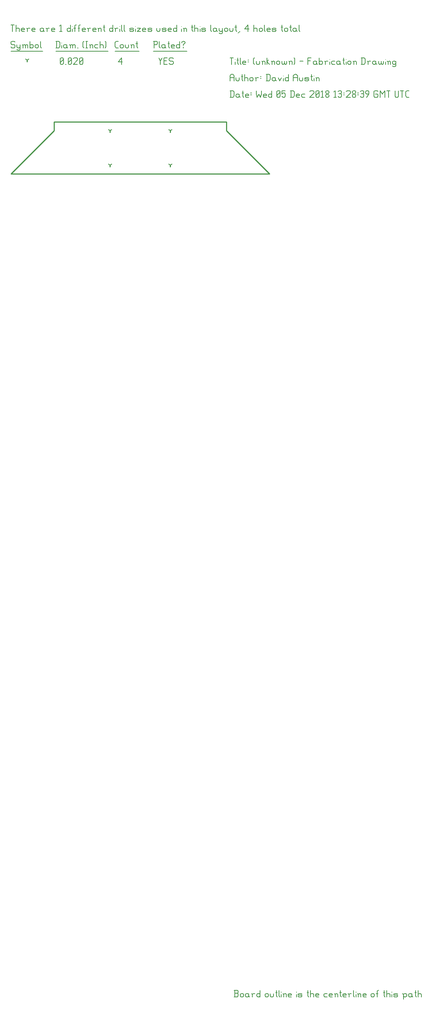
<source format=gbr>
G04 start of page 10 for group -3984 idx -3984 *
G04 Title: (unknown), fab *
G04 Creator: pcb 20140316 *
G04 CreationDate: Wed 05 Dec 2018 13:28:39 GMT UTC *
G04 For: david *
G04 Format: Gerber/RS-274X *
G04 PCB-Dimensions (mil): 5803.15 7874.02 *
G04 PCB-Coordinate-Origin: lower left *
%MOIN*%
%FSLAX25Y25*%
%LNFAB*%
%ADD30C,0.0100*%
%ADD29C,0.0075*%
%ADD28C,0.0060*%
%ADD27C,0.0001*%
%ADD26R,0.0080X0.0080*%
G54D26*X145669Y779528D02*Y777928D01*
G54D27*G36*
X145123Y779674D02*X147203Y780874D01*
X147602Y780181D01*
X145523Y778981D01*
X145123Y779674D01*
G37*
G36*
X145816Y778981D02*X143736Y780181D01*
X144136Y780874D01*
X146216Y779674D01*
X145816Y778981D01*
G37*
G54D26*X145669Y748031D02*Y746431D01*
G54D27*G36*
X145123Y748178D02*X147203Y749378D01*
X147602Y748685D01*
X145523Y747485D01*
X145123Y748178D01*
G37*
G36*
X145816Y747485D02*X143736Y748685D01*
X144136Y749378D01*
X146216Y748178D01*
X145816Y747485D01*
G37*
G54D26*X90551Y748031D02*Y746431D01*
G54D27*G36*
X90005Y748178D02*X92084Y749378D01*
X92484Y748685D01*
X90405Y747485D01*
X90005Y748178D01*
G37*
G36*
X90698Y747485D02*X88618Y748685D01*
X89018Y749378D01*
X91098Y748178D01*
X90698Y747485D01*
G37*
G54D26*X90551Y779528D02*Y777928D01*
G54D27*G36*
X90005Y779674D02*X92084Y780874D01*
X92484Y780181D01*
X90405Y778981D01*
X90005Y779674D01*
G37*
G36*
X90698Y778981D02*X88618Y780181D01*
X89018Y780874D01*
X91098Y779674D01*
X90698Y778981D01*
G37*
G54D26*X15000Y843652D02*Y842052D01*
G54D27*G36*
X14454Y843798D02*X16533Y844998D01*
X16933Y844305D01*
X14853Y843105D01*
X14454Y843798D01*
G37*
G36*
X15147Y843105D02*X13067Y844305D01*
X13467Y844998D01*
X15546Y843798D01*
X15147Y843105D01*
G37*
G54D28*X135000Y845902D02*X136500Y842902D01*
X138000Y845902D01*
X136500Y842902D02*Y839902D01*
X139800Y843202D02*X142050D01*
X139800Y839902D02*X142800D01*
X139800Y845902D02*Y839902D01*
Y845902D02*X142800D01*
X147600D02*X148350Y845152D01*
X145350Y845902D02*X147600D01*
X144600Y845152D02*X145350Y845902D01*
X144600Y845152D02*Y843652D01*
X145350Y842902D01*
X147600D01*
X148350Y842152D01*
Y840652D01*
X147600Y839902D02*X148350Y840652D01*
X145350Y839902D02*X147600D01*
X144600Y840652D02*X145350Y839902D01*
X98000Y842152D02*X101000Y845902D01*
X98000Y842152D02*X101750D01*
X101000Y845902D02*Y839902D01*
X45000Y840652D02*X45750Y839902D01*
X45000Y845152D02*Y840652D01*
Y845152D02*X45750Y845902D01*
X47250D01*
X48000Y845152D01*
Y840652D01*
X47250Y839902D02*X48000Y840652D01*
X45750Y839902D02*X47250D01*
X45000Y841402D02*X48000Y844402D01*
X49800Y839902D02*X50550D01*
X52350Y840652D02*X53100Y839902D01*
X52350Y845152D02*Y840652D01*
Y845152D02*X53100Y845902D01*
X54600D01*
X55350Y845152D01*
Y840652D01*
X54600Y839902D02*X55350Y840652D01*
X53100Y839902D02*X54600D01*
X52350Y841402D02*X55350Y844402D01*
X57150Y845152D02*X57900Y845902D01*
X60150D01*
X60900Y845152D01*
Y843652D01*
X57150Y839902D02*X60900Y843652D01*
X57150Y839902D02*X60900D01*
X62700Y840652D02*X63450Y839902D01*
X62700Y845152D02*Y840652D01*
Y845152D02*X63450Y845902D01*
X64950D01*
X65700Y845152D01*
Y840652D01*
X64950Y839902D02*X65700Y840652D01*
X63450Y839902D02*X64950D01*
X62700Y841402D02*X65700Y844402D01*
X3000Y860902D02*X3750Y860152D01*
X750Y860902D02*X3000D01*
X0Y860152D02*X750Y860902D01*
X0Y860152D02*Y858652D01*
X750Y857902D01*
X3000D01*
X3750Y857152D01*
Y855652D01*
X3000Y854902D02*X3750Y855652D01*
X750Y854902D02*X3000D01*
X0Y855652D02*X750Y854902D01*
X5550Y857902D02*Y855652D01*
X6300Y854902D01*
X8550Y857902D02*Y853402D01*
X7800Y852652D02*X8550Y853402D01*
X6300Y852652D02*X7800D01*
X5550Y853402D02*X6300Y852652D01*
Y854902D02*X7800D01*
X8550Y855652D01*
X11100Y857152D02*Y854902D01*
Y857152D02*X11850Y857902D01*
X12600D01*
X13350Y857152D01*
Y854902D01*
Y857152D02*X14100Y857902D01*
X14850D01*
X15600Y857152D01*
Y854902D01*
X10350Y857902D02*X11100Y857152D01*
X17400Y860902D02*Y854902D01*
Y855652D02*X18150Y854902D01*
X19650D01*
X20400Y855652D01*
Y857152D02*Y855652D01*
X19650Y857902D02*X20400Y857152D01*
X18150Y857902D02*X19650D01*
X17400Y857152D02*X18150Y857902D01*
X22200Y857152D02*Y855652D01*
Y857152D02*X22950Y857902D01*
X24450D01*
X25200Y857152D01*
Y855652D01*
X24450Y854902D02*X25200Y855652D01*
X22950Y854902D02*X24450D01*
X22200Y855652D02*X22950Y854902D01*
X27000Y860902D02*Y855652D01*
X27750Y854902D01*
X0Y851652D02*X29250D01*
X41750Y860902D02*Y854902D01*
X43700Y860902D02*X44750Y859852D01*
Y855952D01*
X43700Y854902D02*X44750Y855952D01*
X41000Y854902D02*X43700D01*
X41000Y860902D02*X43700D01*
G54D29*X46550Y859402D02*Y859252D01*
G54D28*Y857152D02*Y854902D01*
X50300Y857902D02*X51050Y857152D01*
X48800Y857902D02*X50300D01*
X48050Y857152D02*X48800Y857902D01*
X48050Y857152D02*Y855652D01*
X48800Y854902D01*
X51050Y857902D02*Y855652D01*
X51800Y854902D01*
X48800D02*X50300D01*
X51050Y855652D01*
X54350Y857152D02*Y854902D01*
Y857152D02*X55100Y857902D01*
X55850D01*
X56600Y857152D01*
Y854902D01*
Y857152D02*X57350Y857902D01*
X58100D01*
X58850Y857152D01*
Y854902D01*
X53600Y857902D02*X54350Y857152D01*
X60650Y854902D02*X61400D01*
X65900Y855652D02*X66650Y854902D01*
X65900Y860152D02*X66650Y860902D01*
X65900Y860152D02*Y855652D01*
X68450Y860902D02*X69950D01*
X69200D02*Y854902D01*
X68450D02*X69950D01*
X72500Y857152D02*Y854902D01*
Y857152D02*X73250Y857902D01*
X74000D01*
X74750Y857152D01*
Y854902D01*
X71750Y857902D02*X72500Y857152D01*
X77300Y857902D02*X79550D01*
X76550Y857152D02*X77300Y857902D01*
X76550Y857152D02*Y855652D01*
X77300Y854902D01*
X79550D01*
X81350Y860902D02*Y854902D01*
Y857152D02*X82100Y857902D01*
X83600D01*
X84350Y857152D01*
Y854902D01*
X86150Y860902D02*X86900Y860152D01*
Y855652D01*
X86150Y854902D02*X86900Y855652D01*
X41000Y851652D02*X88700D01*
X96050Y854902D02*X98000D01*
X95000Y855952D02*X96050Y854902D01*
X95000Y859852D02*Y855952D01*
Y859852D02*X96050Y860902D01*
X98000D01*
X99800Y857152D02*Y855652D01*
Y857152D02*X100550Y857902D01*
X102050D01*
X102800Y857152D01*
Y855652D01*
X102050Y854902D02*X102800Y855652D01*
X100550Y854902D02*X102050D01*
X99800Y855652D02*X100550Y854902D01*
X104600Y857902D02*Y855652D01*
X105350Y854902D01*
X106850D01*
X107600Y855652D01*
Y857902D02*Y855652D01*
X110150Y857152D02*Y854902D01*
Y857152D02*X110900Y857902D01*
X111650D01*
X112400Y857152D01*
Y854902D01*
X109400Y857902D02*X110150Y857152D01*
X114950Y860902D02*Y855652D01*
X115700Y854902D01*
X114200Y858652D02*X115700D01*
X95000Y851652D02*X117200D01*
X130750Y860902D02*Y854902D01*
X130000Y860902D02*X133000D01*
X133750Y860152D01*
Y858652D01*
X133000Y857902D02*X133750Y858652D01*
X130750Y857902D02*X133000D01*
X135550Y860902D02*Y855652D01*
X136300Y854902D01*
X140050Y857902D02*X140800Y857152D01*
X138550Y857902D02*X140050D01*
X137800Y857152D02*X138550Y857902D01*
X137800Y857152D02*Y855652D01*
X138550Y854902D01*
X140800Y857902D02*Y855652D01*
X141550Y854902D01*
X138550D02*X140050D01*
X140800Y855652D01*
X144100Y860902D02*Y855652D01*
X144850Y854902D01*
X143350Y858652D02*X144850D01*
X147100Y854902D02*X149350D01*
X146350Y855652D02*X147100Y854902D01*
X146350Y857152D02*Y855652D01*
Y857152D02*X147100Y857902D01*
X148600D01*
X149350Y857152D01*
X146350Y856402D02*X149350D01*
Y857152D02*Y856402D01*
X154150Y860902D02*Y854902D01*
X153400D02*X154150Y855652D01*
X151900Y854902D02*X153400D01*
X151150Y855652D02*X151900Y854902D01*
X151150Y857152D02*Y855652D01*
Y857152D02*X151900Y857902D01*
X153400D01*
X154150Y857152D01*
X157450Y857902D02*Y857152D01*
Y855652D02*Y854902D01*
X155950Y860152D02*Y859402D01*
Y860152D02*X156700Y860902D01*
X158200D01*
X158950Y860152D01*
Y859402D01*
X157450Y857902D02*X158950Y859402D01*
X130000Y851652D02*X160750D01*
X0Y875902D02*X3000D01*
X1500D02*Y869902D01*
X4800Y875902D02*Y869902D01*
Y872152D02*X5550Y872902D01*
X7050D01*
X7800Y872152D01*
Y869902D01*
X10350D02*X12600D01*
X9600Y870652D02*X10350Y869902D01*
X9600Y872152D02*Y870652D01*
Y872152D02*X10350Y872902D01*
X11850D01*
X12600Y872152D01*
X9600Y871402D02*X12600D01*
Y872152D02*Y871402D01*
X15150Y872152D02*Y869902D01*
Y872152D02*X15900Y872902D01*
X17400D01*
X14400D02*X15150Y872152D01*
X19950Y869902D02*X22200D01*
X19200Y870652D02*X19950Y869902D01*
X19200Y872152D02*Y870652D01*
Y872152D02*X19950Y872902D01*
X21450D01*
X22200Y872152D01*
X19200Y871402D02*X22200D01*
Y872152D02*Y871402D01*
X28950Y872902D02*X29700Y872152D01*
X27450Y872902D02*X28950D01*
X26700Y872152D02*X27450Y872902D01*
X26700Y872152D02*Y870652D01*
X27450Y869902D01*
X29700Y872902D02*Y870652D01*
X30450Y869902D01*
X27450D02*X28950D01*
X29700Y870652D01*
X33000Y872152D02*Y869902D01*
Y872152D02*X33750Y872902D01*
X35250D01*
X32250D02*X33000Y872152D01*
X37800Y869902D02*X40050D01*
X37050Y870652D02*X37800Y869902D01*
X37050Y872152D02*Y870652D01*
Y872152D02*X37800Y872902D01*
X39300D01*
X40050Y872152D01*
X37050Y871402D02*X40050D01*
Y872152D02*Y871402D01*
X44550Y874702D02*X45750Y875902D01*
Y869902D01*
X44550D02*X46800D01*
X54300Y875902D02*Y869902D01*
X53550D02*X54300Y870652D01*
X52050Y869902D02*X53550D01*
X51300Y870652D02*X52050Y869902D01*
X51300Y872152D02*Y870652D01*
Y872152D02*X52050Y872902D01*
X53550D01*
X54300Y872152D01*
G54D29*X56100Y874402D02*Y874252D01*
G54D28*Y872152D02*Y869902D01*
X58350Y875152D02*Y869902D01*
Y875152D02*X59100Y875902D01*
X59850D01*
X57600Y872902D02*X59100D01*
X62100Y875152D02*Y869902D01*
Y875152D02*X62850Y875902D01*
X63600D01*
X61350Y872902D02*X62850D01*
X65850Y869902D02*X68100D01*
X65100Y870652D02*X65850Y869902D01*
X65100Y872152D02*Y870652D01*
Y872152D02*X65850Y872902D01*
X67350D01*
X68100Y872152D01*
X65100Y871402D02*X68100D01*
Y872152D02*Y871402D01*
X70650Y872152D02*Y869902D01*
Y872152D02*X71400Y872902D01*
X72900D01*
X69900D02*X70650Y872152D01*
X75450Y869902D02*X77700D01*
X74700Y870652D02*X75450Y869902D01*
X74700Y872152D02*Y870652D01*
Y872152D02*X75450Y872902D01*
X76950D01*
X77700Y872152D01*
X74700Y871402D02*X77700D01*
Y872152D02*Y871402D01*
X80250Y872152D02*Y869902D01*
Y872152D02*X81000Y872902D01*
X81750D01*
X82500Y872152D01*
Y869902D01*
X79500Y872902D02*X80250Y872152D01*
X85050Y875902D02*Y870652D01*
X85800Y869902D01*
X84300Y873652D02*X85800D01*
X93000Y875902D02*Y869902D01*
X92250D02*X93000Y870652D01*
X90750Y869902D02*X92250D01*
X90000Y870652D02*X90750Y869902D01*
X90000Y872152D02*Y870652D01*
Y872152D02*X90750Y872902D01*
X92250D01*
X93000Y872152D01*
X95550D02*Y869902D01*
Y872152D02*X96300Y872902D01*
X97800D01*
X94800D02*X95550Y872152D01*
G54D29*X99600Y874402D02*Y874252D01*
G54D28*Y872152D02*Y869902D01*
X101100Y875902D02*Y870652D01*
X101850Y869902D01*
X103350Y875902D02*Y870652D01*
X104100Y869902D01*
X109050D02*X111300D01*
X112050Y870652D01*
X111300Y871402D02*X112050Y870652D01*
X109050Y871402D02*X111300D01*
X108300Y872152D02*X109050Y871402D01*
X108300Y872152D02*X109050Y872902D01*
X111300D01*
X112050Y872152D01*
X108300Y870652D02*X109050Y869902D01*
G54D29*X113850Y874402D02*Y874252D01*
G54D28*Y872152D02*Y869902D01*
X115350Y872902D02*X118350D01*
X115350Y869902D02*X118350Y872902D01*
X115350Y869902D02*X118350D01*
X120900D02*X123150D01*
X120150Y870652D02*X120900Y869902D01*
X120150Y872152D02*Y870652D01*
Y872152D02*X120900Y872902D01*
X122400D01*
X123150Y872152D01*
X120150Y871402D02*X123150D01*
Y872152D02*Y871402D01*
X125700Y869902D02*X127950D01*
X128700Y870652D01*
X127950Y871402D02*X128700Y870652D01*
X125700Y871402D02*X127950D01*
X124950Y872152D02*X125700Y871402D01*
X124950Y872152D02*X125700Y872902D01*
X127950D01*
X128700Y872152D01*
X124950Y870652D02*X125700Y869902D01*
X133200Y872902D02*Y870652D01*
X133950Y869902D01*
X135450D01*
X136200Y870652D01*
Y872902D02*Y870652D01*
X138750Y869902D02*X141000D01*
X141750Y870652D01*
X141000Y871402D02*X141750Y870652D01*
X138750Y871402D02*X141000D01*
X138000Y872152D02*X138750Y871402D01*
X138000Y872152D02*X138750Y872902D01*
X141000D01*
X141750Y872152D01*
X138000Y870652D02*X138750Y869902D01*
X144300D02*X146550D01*
X143550Y870652D02*X144300Y869902D01*
X143550Y872152D02*Y870652D01*
Y872152D02*X144300Y872902D01*
X145800D01*
X146550Y872152D01*
X143550Y871402D02*X146550D01*
Y872152D02*Y871402D01*
X151350Y875902D02*Y869902D01*
X150600D02*X151350Y870652D01*
X149100Y869902D02*X150600D01*
X148350Y870652D02*X149100Y869902D01*
X148350Y872152D02*Y870652D01*
Y872152D02*X149100Y872902D01*
X150600D01*
X151350Y872152D01*
G54D29*X155850Y874402D02*Y874252D01*
G54D28*Y872152D02*Y869902D01*
X158100Y872152D02*Y869902D01*
Y872152D02*X158850Y872902D01*
X159600D01*
X160350Y872152D01*
Y869902D01*
X157350Y872902D02*X158100Y872152D01*
X165600Y875902D02*Y870652D01*
X166350Y869902D01*
X164850Y873652D02*X166350D01*
X167850Y875902D02*Y869902D01*
Y872152D02*X168600Y872902D01*
X170100D01*
X170850Y872152D01*
Y869902D01*
G54D29*X172650Y874402D02*Y874252D01*
G54D28*Y872152D02*Y869902D01*
X174900D02*X177150D01*
X177900Y870652D01*
X177150Y871402D02*X177900Y870652D01*
X174900Y871402D02*X177150D01*
X174150Y872152D02*X174900Y871402D01*
X174150Y872152D02*X174900Y872902D01*
X177150D01*
X177900Y872152D01*
X174150Y870652D02*X174900Y869902D01*
X182400Y875902D02*Y870652D01*
X183150Y869902D01*
X186900Y872902D02*X187650Y872152D01*
X185400Y872902D02*X186900D01*
X184650Y872152D02*X185400Y872902D01*
X184650Y872152D02*Y870652D01*
X185400Y869902D01*
X187650Y872902D02*Y870652D01*
X188400Y869902D01*
X185400D02*X186900D01*
X187650Y870652D01*
X190200Y872902D02*Y870652D01*
X190950Y869902D01*
X193200Y872902D02*Y868402D01*
X192450Y867652D02*X193200Y868402D01*
X190950Y867652D02*X192450D01*
X190200Y868402D02*X190950Y867652D01*
Y869902D02*X192450D01*
X193200Y870652D01*
X195000Y872152D02*Y870652D01*
Y872152D02*X195750Y872902D01*
X197250D01*
X198000Y872152D01*
Y870652D01*
X197250Y869902D02*X198000Y870652D01*
X195750Y869902D02*X197250D01*
X195000Y870652D02*X195750Y869902D01*
X199800Y872902D02*Y870652D01*
X200550Y869902D01*
X202050D01*
X202800Y870652D01*
Y872902D02*Y870652D01*
X205350Y875902D02*Y870652D01*
X206100Y869902D01*
X204600Y873652D02*X206100D01*
X207600Y868402D02*X209100Y869902D01*
X213600Y872152D02*X216600Y875902D01*
X213600Y872152D02*X217350D01*
X216600Y875902D02*Y869902D01*
X221850Y875902D02*Y869902D01*
Y872152D02*X222600Y872902D01*
X224100D01*
X224850Y872152D01*
Y869902D01*
X226650Y872152D02*Y870652D01*
Y872152D02*X227400Y872902D01*
X228900D01*
X229650Y872152D01*
Y870652D01*
X228900Y869902D02*X229650Y870652D01*
X227400Y869902D02*X228900D01*
X226650Y870652D02*X227400Y869902D01*
X231450Y875902D02*Y870652D01*
X232200Y869902D01*
X234450D02*X236700D01*
X233700Y870652D02*X234450Y869902D01*
X233700Y872152D02*Y870652D01*
Y872152D02*X234450Y872902D01*
X235950D01*
X236700Y872152D01*
X233700Y871402D02*X236700D01*
Y872152D02*Y871402D01*
X239250Y869902D02*X241500D01*
X242250Y870652D01*
X241500Y871402D02*X242250Y870652D01*
X239250Y871402D02*X241500D01*
X238500Y872152D02*X239250Y871402D01*
X238500Y872152D02*X239250Y872902D01*
X241500D01*
X242250Y872152D01*
X238500Y870652D02*X239250Y869902D01*
X247500Y875902D02*Y870652D01*
X248250Y869902D01*
X246750Y873652D02*X248250D01*
X249750Y872152D02*Y870652D01*
Y872152D02*X250500Y872902D01*
X252000D01*
X252750Y872152D01*
Y870652D01*
X252000Y869902D02*X252750Y870652D01*
X250500Y869902D02*X252000D01*
X249750Y870652D02*X250500Y869902D01*
X255300Y875902D02*Y870652D01*
X256050Y869902D01*
X254550Y873652D02*X256050D01*
X259800Y872902D02*X260550Y872152D01*
X258300Y872902D02*X259800D01*
X257550Y872152D02*X258300Y872902D01*
X257550Y872152D02*Y870652D01*
X258300Y869902D01*
X260550Y872902D02*Y870652D01*
X261300Y869902D01*
X258300D02*X259800D01*
X260550Y870652D01*
X263100Y875902D02*Y870652D01*
X263850Y869902D01*
G54D30*X39370Y787402D02*Y779528D01*
X196850D02*Y787402D01*
X236220Y740157D02*X0D01*
X39370Y779528D01*
X236220Y740157D02*X196850Y779528D01*
Y787402D02*X39370D01*
G54D28*X203832Y-9500D02*X206832D01*
X207582Y-8750D01*
Y-6950D02*Y-8750D01*
X206832Y-6200D02*X207582Y-6950D01*
X204582Y-6200D02*X206832D01*
X204582Y-3500D02*Y-9500D01*
X203832Y-3500D02*X206832D01*
X207582Y-4250D01*
Y-5450D01*
X206832Y-6200D02*X207582Y-5450D01*
X209382Y-7250D02*Y-8750D01*
Y-7250D02*X210132Y-6500D01*
X211632D01*
X212382Y-7250D01*
Y-8750D01*
X211632Y-9500D02*X212382Y-8750D01*
X210132Y-9500D02*X211632D01*
X209382Y-8750D02*X210132Y-9500D01*
X216432Y-6500D02*X217182Y-7250D01*
X214932Y-6500D02*X216432D01*
X214182Y-7250D02*X214932Y-6500D01*
X214182Y-7250D02*Y-8750D01*
X214932Y-9500D01*
X217182Y-6500D02*Y-8750D01*
X217932Y-9500D01*
X214932D02*X216432D01*
X217182Y-8750D01*
X220482Y-7250D02*Y-9500D01*
Y-7250D02*X221232Y-6500D01*
X222732D01*
X219732D02*X220482Y-7250D01*
X227532Y-3500D02*Y-9500D01*
X226782D02*X227532Y-8750D01*
X225282Y-9500D02*X226782D01*
X224532Y-8750D02*X225282Y-9500D01*
X224532Y-7250D02*Y-8750D01*
Y-7250D02*X225282Y-6500D01*
X226782D01*
X227532Y-7250D01*
X232032D02*Y-8750D01*
Y-7250D02*X232782Y-6500D01*
X234282D01*
X235032Y-7250D01*
Y-8750D01*
X234282Y-9500D02*X235032Y-8750D01*
X232782Y-9500D02*X234282D01*
X232032Y-8750D02*X232782Y-9500D01*
X236832Y-6500D02*Y-8750D01*
X237582Y-9500D01*
X239082D01*
X239832Y-8750D01*
Y-6500D02*Y-8750D01*
X242382Y-3500D02*Y-8750D01*
X243132Y-9500D01*
X241632Y-5750D02*X243132D01*
X244632Y-3500D02*Y-8750D01*
X245382Y-9500D01*
G54D29*X246882Y-5000D02*Y-5150D01*
G54D28*Y-7250D02*Y-9500D01*
X249132Y-7250D02*Y-9500D01*
Y-7250D02*X249882Y-6500D01*
X250632D01*
X251382Y-7250D01*
Y-9500D01*
X248382Y-6500D02*X249132Y-7250D01*
X253932Y-9500D02*X256182D01*
X253182Y-8750D02*X253932Y-9500D01*
X253182Y-7250D02*Y-8750D01*
Y-7250D02*X253932Y-6500D01*
X255432D01*
X256182Y-7250D01*
X253182Y-8000D02*X256182D01*
Y-7250D02*Y-8000D01*
G54D29*X260682Y-5000D02*Y-5150D01*
G54D28*Y-7250D02*Y-9500D01*
X262932D02*X265182D01*
X265932Y-8750D01*
X265182Y-8000D02*X265932Y-8750D01*
X262932Y-8000D02*X265182D01*
X262182Y-7250D02*X262932Y-8000D01*
X262182Y-7250D02*X262932Y-6500D01*
X265182D01*
X265932Y-7250D01*
X262182Y-8750D02*X262932Y-9500D01*
X271182Y-3500D02*Y-8750D01*
X271932Y-9500D01*
X270432Y-5750D02*X271932D01*
X273432Y-3500D02*Y-9500D01*
Y-7250D02*X274182Y-6500D01*
X275682D01*
X276432Y-7250D01*
Y-9500D01*
X278982D02*X281232D01*
X278232Y-8750D02*X278982Y-9500D01*
X278232Y-7250D02*Y-8750D01*
Y-7250D02*X278982Y-6500D01*
X280482D01*
X281232Y-7250D01*
X278232Y-8000D02*X281232D01*
Y-7250D02*Y-8000D01*
X286482Y-6500D02*X288732D01*
X285732Y-7250D02*X286482Y-6500D01*
X285732Y-7250D02*Y-8750D01*
X286482Y-9500D01*
X288732D01*
X291282D02*X293532D01*
X290532Y-8750D02*X291282Y-9500D01*
X290532Y-7250D02*Y-8750D01*
Y-7250D02*X291282Y-6500D01*
X292782D01*
X293532Y-7250D01*
X290532Y-8000D02*X293532D01*
Y-7250D02*Y-8000D01*
X296082Y-7250D02*Y-9500D01*
Y-7250D02*X296832Y-6500D01*
X297582D01*
X298332Y-7250D01*
Y-9500D01*
X295332Y-6500D02*X296082Y-7250D01*
X300882Y-3500D02*Y-8750D01*
X301632Y-9500D01*
X300132Y-5750D02*X301632D01*
X303882Y-9500D02*X306132D01*
X303132Y-8750D02*X303882Y-9500D01*
X303132Y-7250D02*Y-8750D01*
Y-7250D02*X303882Y-6500D01*
X305382D01*
X306132Y-7250D01*
X303132Y-8000D02*X306132D01*
Y-7250D02*Y-8000D01*
X308683Y-7250D02*Y-9500D01*
Y-7250D02*X309433Y-6500D01*
X310933D01*
X307933D02*X308683Y-7250D01*
X312733Y-3500D02*Y-8750D01*
X313483Y-9500D01*
G54D29*X314983Y-5000D02*Y-5150D01*
G54D28*Y-7250D02*Y-9500D01*
X317233Y-7250D02*Y-9500D01*
Y-7250D02*X317983Y-6500D01*
X318733D01*
X319483Y-7250D01*
Y-9500D01*
X316483Y-6500D02*X317233Y-7250D01*
X322033Y-9500D02*X324283D01*
X321283Y-8750D02*X322033Y-9500D01*
X321283Y-7250D02*Y-8750D01*
Y-7250D02*X322033Y-6500D01*
X323533D01*
X324283Y-7250D01*
X321283Y-8000D02*X324283D01*
Y-7250D02*Y-8000D01*
X328783Y-7250D02*Y-8750D01*
Y-7250D02*X329533Y-6500D01*
X331033D01*
X331783Y-7250D01*
Y-8750D01*
X331033Y-9500D02*X331783Y-8750D01*
X329533Y-9500D02*X331033D01*
X328783Y-8750D02*X329533Y-9500D01*
X334333Y-4250D02*Y-9500D01*
Y-4250D02*X335083Y-3500D01*
X335833D01*
X333583Y-6500D02*X335083D01*
X340783Y-3500D02*Y-8750D01*
X341533Y-9500D01*
X340033Y-5750D02*X341533D01*
X343033Y-3500D02*Y-9500D01*
Y-7250D02*X343783Y-6500D01*
X345283D01*
X346033Y-7250D01*
Y-9500D01*
G54D29*X347833Y-5000D02*Y-5150D01*
G54D28*Y-7250D02*Y-9500D01*
X350083D02*X352333D01*
X353083Y-8750D01*
X352333Y-8000D02*X353083Y-8750D01*
X350083Y-8000D02*X352333D01*
X349333Y-7250D02*X350083Y-8000D01*
X349333Y-7250D02*X350083Y-6500D01*
X352333D01*
X353083Y-7250D01*
X349333Y-8750D02*X350083Y-9500D01*
X358333Y-7250D02*Y-11750D01*
X357583Y-6500D02*X358333Y-7250D01*
X359083Y-6500D01*
X360583D01*
X361333Y-7250D01*
Y-8750D01*
X360583Y-9500D02*X361333Y-8750D01*
X359083Y-9500D02*X360583D01*
X358333Y-8750D02*X359083Y-9500D01*
X365383Y-6500D02*X366133Y-7250D01*
X363883Y-6500D02*X365383D01*
X363133Y-7250D02*X363883Y-6500D01*
X363133Y-7250D02*Y-8750D01*
X363883Y-9500D01*
X366133Y-6500D02*Y-8750D01*
X366883Y-9500D01*
X363883D02*X365383D01*
X366133Y-8750D01*
X369433Y-3500D02*Y-8750D01*
X370183Y-9500D01*
X368683Y-5750D02*X370183D01*
X371683Y-3500D02*Y-9500D01*
Y-7250D02*X372433Y-6500D01*
X373933D01*
X374683Y-7250D01*
Y-9500D01*
X200750Y815902D02*Y809902D01*
X202700Y815902D02*X203750Y814852D01*
Y810952D01*
X202700Y809902D02*X203750Y810952D01*
X200000Y809902D02*X202700D01*
X200000Y815902D02*X202700D01*
X207800Y812902D02*X208550Y812152D01*
X206300Y812902D02*X207800D01*
X205550Y812152D02*X206300Y812902D01*
X205550Y812152D02*Y810652D01*
X206300Y809902D01*
X208550Y812902D02*Y810652D01*
X209300Y809902D01*
X206300D02*X207800D01*
X208550Y810652D01*
X211850Y815902D02*Y810652D01*
X212600Y809902D01*
X211100Y813652D02*X212600D01*
X214850Y809902D02*X217100D01*
X214100Y810652D02*X214850Y809902D01*
X214100Y812152D02*Y810652D01*
Y812152D02*X214850Y812902D01*
X216350D01*
X217100Y812152D01*
X214100Y811402D02*X217100D01*
Y812152D02*Y811402D01*
X218900Y813652D02*X219650D01*
X218900Y812152D02*X219650D01*
X224150Y815902D02*Y812902D01*
X224900Y809902D01*
X226400Y812902D01*
X227900Y809902D01*
X228650Y812902D01*
Y815902D02*Y812902D01*
X231200Y809902D02*X233450D01*
X230450Y810652D02*X231200Y809902D01*
X230450Y812152D02*Y810652D01*
Y812152D02*X231200Y812902D01*
X232700D01*
X233450Y812152D01*
X230450Y811402D02*X233450D01*
Y812152D02*Y811402D01*
X238250Y815902D02*Y809902D01*
X237500D02*X238250Y810652D01*
X236000Y809902D02*X237500D01*
X235250Y810652D02*X236000Y809902D01*
X235250Y812152D02*Y810652D01*
Y812152D02*X236000Y812902D01*
X237500D01*
X238250Y812152D01*
X242750Y810652D02*X243500Y809902D01*
X242750Y815152D02*Y810652D01*
Y815152D02*X243500Y815902D01*
X245000D01*
X245750Y815152D01*
Y810652D01*
X245000Y809902D02*X245750Y810652D01*
X243500Y809902D02*X245000D01*
X242750Y811402D02*X245750Y814402D01*
X247550Y815902D02*X250550D01*
X247550D02*Y812902D01*
X248300Y813652D01*
X249800D01*
X250550Y812902D01*
Y810652D01*
X249800Y809902D02*X250550Y810652D01*
X248300Y809902D02*X249800D01*
X247550Y810652D02*X248300Y809902D01*
X255800Y815902D02*Y809902D01*
X257750Y815902D02*X258800Y814852D01*
Y810952D01*
X257750Y809902D02*X258800Y810952D01*
X255050Y809902D02*X257750D01*
X255050Y815902D02*X257750D01*
X261350Y809902D02*X263600D01*
X260600Y810652D02*X261350Y809902D01*
X260600Y812152D02*Y810652D01*
Y812152D02*X261350Y812902D01*
X262850D01*
X263600Y812152D01*
X260600Y811402D02*X263600D01*
Y812152D02*Y811402D01*
X266150Y812902D02*X268400D01*
X265400Y812152D02*X266150Y812902D01*
X265400Y812152D02*Y810652D01*
X266150Y809902D01*
X268400D01*
X272900Y815152D02*X273650Y815902D01*
X275900D01*
X276650Y815152D01*
Y813652D01*
X272900Y809902D02*X276650Y813652D01*
X272900Y809902D02*X276650D01*
X278450Y810652D02*X279200Y809902D01*
X278450Y815152D02*Y810652D01*
Y815152D02*X279200Y815902D01*
X280700D01*
X281450Y815152D01*
Y810652D01*
X280700Y809902D02*X281450Y810652D01*
X279200Y809902D02*X280700D01*
X278450Y811402D02*X281450Y814402D01*
X283250Y814702D02*X284450Y815902D01*
Y809902D01*
X283250D02*X285500D01*
X287300Y810652D02*X288050Y809902D01*
X287300Y811852D02*Y810652D01*
Y811852D02*X288350Y812902D01*
X289250D01*
X290300Y811852D01*
Y810652D01*
X289550Y809902D02*X290300Y810652D01*
X288050Y809902D02*X289550D01*
X287300Y813952D02*X288350Y812902D01*
X287300Y815152D02*Y813952D01*
Y815152D02*X288050Y815902D01*
X289550D01*
X290300Y815152D01*
Y813952D01*
X289250Y812902D02*X290300Y813952D01*
X294800Y814702D02*X296000Y815902D01*
Y809902D01*
X294800D02*X297050D01*
X298850Y815152D02*X299600Y815902D01*
X301100D01*
X301850Y815152D01*
X301100Y809902D02*X301850Y810652D01*
X299600Y809902D02*X301100D01*
X298850Y810652D02*X299600Y809902D01*
Y813202D02*X301100D01*
X301850Y815152D02*Y813952D01*
Y812452D02*Y810652D01*
Y812452D02*X301100Y813202D01*
X301850Y813952D02*X301100Y813202D01*
X303650Y813652D02*X304400D01*
X303650Y812152D02*X304400D01*
X306200Y815152D02*X306950Y815902D01*
X309200D01*
X309950Y815152D01*
Y813652D01*
X306200Y809902D02*X309950Y813652D01*
X306200Y809902D02*X309950D01*
X311750Y810652D02*X312500Y809902D01*
X311750Y811852D02*Y810652D01*
Y811852D02*X312800Y812902D01*
X313700D01*
X314750Y811852D01*
Y810652D01*
X314000Y809902D02*X314750Y810652D01*
X312500Y809902D02*X314000D01*
X311750Y813952D02*X312800Y812902D01*
X311750Y815152D02*Y813952D01*
Y815152D02*X312500Y815902D01*
X314000D01*
X314750Y815152D01*
Y813952D01*
X313700Y812902D02*X314750Y813952D01*
X316550Y813652D02*X317300D01*
X316550Y812152D02*X317300D01*
X319100Y815152D02*X319850Y815902D01*
X321350D01*
X322100Y815152D01*
X321350Y809902D02*X322100Y810652D01*
X319850Y809902D02*X321350D01*
X319100Y810652D02*X319850Y809902D01*
Y813202D02*X321350D01*
X322100Y815152D02*Y813952D01*
Y812452D02*Y810652D01*
Y812452D02*X321350Y813202D01*
X322100Y813952D02*X321350Y813202D01*
X324650Y809902D02*X326900Y812902D01*
Y815152D02*Y812902D01*
X326150Y815902D02*X326900Y815152D01*
X324650Y815902D02*X326150D01*
X323900Y815152D02*X324650Y815902D01*
X323900Y815152D02*Y813652D01*
X324650Y812902D01*
X326900D01*
X334400Y815902D02*X335150Y815152D01*
X332150Y815902D02*X334400D01*
X331400Y815152D02*X332150Y815902D01*
X331400Y815152D02*Y810652D01*
X332150Y809902D01*
X334400D01*
X335150Y810652D01*
Y812152D02*Y810652D01*
X334400Y812902D02*X335150Y812152D01*
X332900Y812902D02*X334400D01*
X336950Y815902D02*Y809902D01*
Y815902D02*X339200Y812902D01*
X341450Y815902D01*
Y809902D01*
X343250Y815902D02*X346250D01*
X344750D02*Y809902D01*
X350750Y815902D02*Y810652D01*
X351500Y809902D01*
X353000D01*
X353750Y810652D01*
Y815902D02*Y810652D01*
X355550Y815902D02*X358550D01*
X357050D02*Y809902D01*
X361400D02*X363350D01*
X360350Y810952D02*X361400Y809902D01*
X360350Y814852D02*Y810952D01*
Y814852D02*X361400Y815902D01*
X363350D01*
X200000Y829402D02*Y824902D01*
Y829402D02*X201050Y830902D01*
X202700D01*
X203750Y829402D01*
Y824902D01*
X200000Y827902D02*X203750D01*
X205550D02*Y825652D01*
X206300Y824902D01*
X207800D01*
X208550Y825652D01*
Y827902D02*Y825652D01*
X211100Y830902D02*Y825652D01*
X211850Y824902D01*
X210350Y828652D02*X211850D01*
X213350Y830902D02*Y824902D01*
Y827152D02*X214100Y827902D01*
X215600D01*
X216350Y827152D01*
Y824902D01*
X218150Y827152D02*Y825652D01*
Y827152D02*X218900Y827902D01*
X220400D01*
X221150Y827152D01*
Y825652D01*
X220400Y824902D02*X221150Y825652D01*
X218900Y824902D02*X220400D01*
X218150Y825652D02*X218900Y824902D01*
X223700Y827152D02*Y824902D01*
Y827152D02*X224450Y827902D01*
X225950D01*
X222950D02*X223700Y827152D01*
X227750Y828652D02*X228500D01*
X227750Y827152D02*X228500D01*
X233750Y830902D02*Y824902D01*
X235700Y830902D02*X236750Y829852D01*
Y825952D01*
X235700Y824902D02*X236750Y825952D01*
X233000Y824902D02*X235700D01*
X233000Y830902D02*X235700D01*
X240800Y827902D02*X241550Y827152D01*
X239300Y827902D02*X240800D01*
X238550Y827152D02*X239300Y827902D01*
X238550Y827152D02*Y825652D01*
X239300Y824902D01*
X241550Y827902D02*Y825652D01*
X242300Y824902D01*
X239300D02*X240800D01*
X241550Y825652D01*
X244100Y827902D02*X245600Y824902D01*
X247100Y827902D02*X245600Y824902D01*
G54D29*X248900Y829402D02*Y829252D01*
G54D28*Y827152D02*Y824902D01*
X253400Y830902D02*Y824902D01*
X252650D02*X253400Y825652D01*
X251150Y824902D02*X252650D01*
X250400Y825652D02*X251150Y824902D01*
X250400Y827152D02*Y825652D01*
Y827152D02*X251150Y827902D01*
X252650D01*
X253400Y827152D01*
X257900Y829402D02*Y824902D01*
Y829402D02*X258950Y830902D01*
X260600D01*
X261650Y829402D01*
Y824902D01*
X257900Y827902D02*X261650D01*
X263450D02*Y825652D01*
X264200Y824902D01*
X265700D01*
X266450Y825652D01*
Y827902D02*Y825652D01*
X269000Y824902D02*X271250D01*
X272000Y825652D01*
X271250Y826402D02*X272000Y825652D01*
X269000Y826402D02*X271250D01*
X268250Y827152D02*X269000Y826402D01*
X268250Y827152D02*X269000Y827902D01*
X271250D01*
X272000Y827152D01*
X268250Y825652D02*X269000Y824902D01*
X274550Y830902D02*Y825652D01*
X275300Y824902D01*
X273800Y828652D02*X275300D01*
G54D29*X276800Y829402D02*Y829252D01*
G54D28*Y827152D02*Y824902D01*
X279050Y827152D02*Y824902D01*
Y827152D02*X279800Y827902D01*
X280550D01*
X281300Y827152D01*
Y824902D01*
X278300Y827902D02*X279050Y827152D01*
X200000Y845902D02*X203000D01*
X201500D02*Y839902D01*
G54D29*X204800Y844402D02*Y844252D01*
G54D28*Y842152D02*Y839902D01*
X207050Y845902D02*Y840652D01*
X207800Y839902D01*
X206300Y843652D02*X207800D01*
X209300Y845902D02*Y840652D01*
X210050Y839902D01*
X212300D02*X214550D01*
X211550Y840652D02*X212300Y839902D01*
X211550Y842152D02*Y840652D01*
Y842152D02*X212300Y842902D01*
X213800D01*
X214550Y842152D01*
X211550Y841402D02*X214550D01*
Y842152D02*Y841402D01*
X216350Y843652D02*X217100D01*
X216350Y842152D02*X217100D01*
X221600Y840652D02*X222350Y839902D01*
X221600Y845152D02*X222350Y845902D01*
X221600Y845152D02*Y840652D01*
X224150Y842902D02*Y840652D01*
X224900Y839902D01*
X226400D01*
X227150Y840652D01*
Y842902D02*Y840652D01*
X229700Y842152D02*Y839902D01*
Y842152D02*X230450Y842902D01*
X231200D01*
X231950Y842152D01*
Y839902D01*
X228950Y842902D02*X229700Y842152D01*
X233750Y845902D02*Y839902D01*
Y842152D02*X236000Y839902D01*
X233750Y842152D02*X235250Y843652D01*
X238550Y842152D02*Y839902D01*
Y842152D02*X239300Y842902D01*
X240050D01*
X240800Y842152D01*
Y839902D01*
X237800Y842902D02*X238550Y842152D01*
X242600D02*Y840652D01*
Y842152D02*X243350Y842902D01*
X244850D01*
X245600Y842152D01*
Y840652D01*
X244850Y839902D02*X245600Y840652D01*
X243350Y839902D02*X244850D01*
X242600Y840652D02*X243350Y839902D01*
X247400Y842902D02*Y840652D01*
X248150Y839902D01*
X248900D01*
X249650Y840652D01*
Y842902D02*Y840652D01*
X250400Y839902D01*
X251150D01*
X251900Y840652D01*
Y842902D02*Y840652D01*
X254450Y842152D02*Y839902D01*
Y842152D02*X255200Y842902D01*
X255950D01*
X256700Y842152D01*
Y839902D01*
X253700Y842902D02*X254450Y842152D01*
X258500Y845902D02*X259250Y845152D01*
Y840652D01*
X258500Y839902D02*X259250Y840652D01*
X263750Y842902D02*X266750D01*
X271250Y845902D02*Y839902D01*
Y845902D02*X274250D01*
X271250Y843202D02*X273500D01*
X278300Y842902D02*X279050Y842152D01*
X276800Y842902D02*X278300D01*
X276050Y842152D02*X276800Y842902D01*
X276050Y842152D02*Y840652D01*
X276800Y839902D01*
X279050Y842902D02*Y840652D01*
X279800Y839902D01*
X276800D02*X278300D01*
X279050Y840652D01*
X281600Y845902D02*Y839902D01*
Y840652D02*X282350Y839902D01*
X283850D01*
X284600Y840652D01*
Y842152D02*Y840652D01*
X283850Y842902D02*X284600Y842152D01*
X282350Y842902D02*X283850D01*
X281600Y842152D02*X282350Y842902D01*
X287150Y842152D02*Y839902D01*
Y842152D02*X287900Y842902D01*
X289400D01*
X286400D02*X287150Y842152D01*
G54D29*X291200Y844402D02*Y844252D01*
G54D28*Y842152D02*Y839902D01*
X293450Y842902D02*X295700D01*
X292700Y842152D02*X293450Y842902D01*
X292700Y842152D02*Y840652D01*
X293450Y839902D01*
X295700D01*
X299750Y842902D02*X300500Y842152D01*
X298250Y842902D02*X299750D01*
X297500Y842152D02*X298250Y842902D01*
X297500Y842152D02*Y840652D01*
X298250Y839902D01*
X300500Y842902D02*Y840652D01*
X301250Y839902D01*
X298250D02*X299750D01*
X300500Y840652D01*
X303800Y845902D02*Y840652D01*
X304550Y839902D01*
X303050Y843652D02*X304550D01*
G54D29*X306050Y844402D02*Y844252D01*
G54D28*Y842152D02*Y839902D01*
X307550Y842152D02*Y840652D01*
Y842152D02*X308300Y842902D01*
X309800D01*
X310550Y842152D01*
Y840652D01*
X309800Y839902D02*X310550Y840652D01*
X308300Y839902D02*X309800D01*
X307550Y840652D02*X308300Y839902D01*
X313100Y842152D02*Y839902D01*
Y842152D02*X313850Y842902D01*
X314600D01*
X315350Y842152D01*
Y839902D01*
X312350Y842902D02*X313100Y842152D01*
X320600Y845902D02*Y839902D01*
X322550Y845902D02*X323600Y844852D01*
Y840952D01*
X322550Y839902D02*X323600Y840952D01*
X319850Y839902D02*X322550D01*
X319850Y845902D02*X322550D01*
X326150Y842152D02*Y839902D01*
Y842152D02*X326900Y842902D01*
X328400D01*
X325400D02*X326150Y842152D01*
X332450Y842902D02*X333200Y842152D01*
X330950Y842902D02*X332450D01*
X330200Y842152D02*X330950Y842902D01*
X330200Y842152D02*Y840652D01*
X330950Y839902D01*
X333200Y842902D02*Y840652D01*
X333950Y839902D01*
X330950D02*X332450D01*
X333200Y840652D01*
X335750Y842902D02*Y840652D01*
X336500Y839902D01*
X337250D01*
X338000Y840652D01*
Y842902D02*Y840652D01*
X338750Y839902D01*
X339500D01*
X340250Y840652D01*
Y842902D02*Y840652D01*
G54D29*X342050Y844402D02*Y844252D01*
G54D28*Y842152D02*Y839902D01*
X344300Y842152D02*Y839902D01*
Y842152D02*X345050Y842902D01*
X345800D01*
X346550Y842152D01*
Y839902D01*
X343550Y842902D02*X344300Y842152D01*
X350600Y842902D02*X351350Y842152D01*
X349100Y842902D02*X350600D01*
X348350Y842152D02*X349100Y842902D01*
X348350Y842152D02*Y840652D01*
X349100Y839902D01*
X350600D01*
X351350Y840652D01*
X348350Y838402D02*X349100Y837652D01*
X350600D01*
X351350Y838402D01*
Y842902D02*Y838402D01*
M02*

</source>
